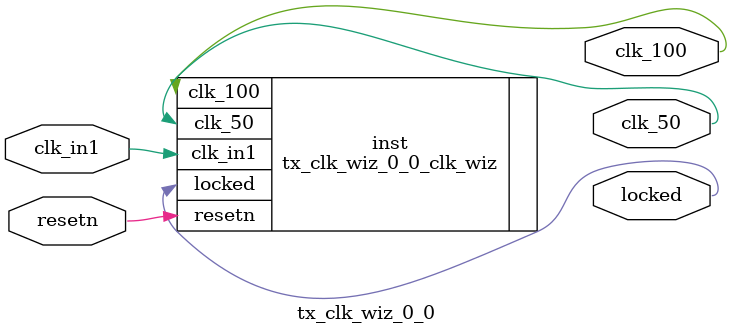
<source format=v>


`timescale 1ps/1ps

(* CORE_GENERATION_INFO = "tx_clk_wiz_0_0,clk_wiz_v6_0_2_0_0,{component_name=tx_clk_wiz_0_0,use_phase_alignment=true,use_min_o_jitter=false,use_max_i_jitter=false,use_dyn_phase_shift=false,use_inclk_switchover=false,use_dyn_reconfig=false,enable_axi=0,feedback_source=FDBK_AUTO,PRIMITIVE=MMCM,num_out_clk=2,clkin1_period=10.000,clkin2_period=10.000,use_power_down=false,use_reset=true,use_locked=true,use_inclk_stopped=false,feedback_type=SINGLE,CLOCK_MGR_TYPE=NA,manual_override=false}" *)

module tx_clk_wiz_0_0 
 (
  // Clock out ports
  output        clk_50,
  output        clk_100,
  // Status and control signals
  input         resetn,
  output        locked,
 // Clock in ports
  input         clk_in1
 );

  tx_clk_wiz_0_0_clk_wiz inst
  (
  // Clock out ports  
  .clk_50(clk_50),
  .clk_100(clk_100),
  // Status and control signals               
  .resetn(resetn), 
  .locked(locked),
 // Clock in ports
  .clk_in1(clk_in1)
  );

endmodule

</source>
